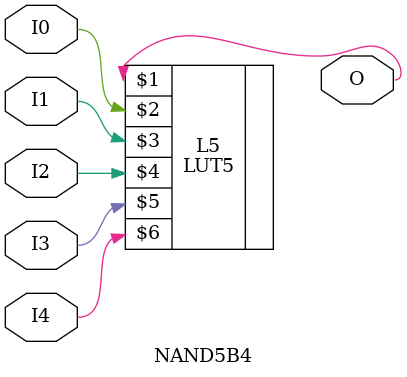
<source format=v>


`timescale  1 ps / 1 ps


module NAND5B4 (O, I0, I1, I2, I3, I4);

    output O;

    input  I0, I1, I2, I3, I4;

    LUT5 #(.INIT(32'hFFFEFFFF)) L5 (O, I0, I1, I2, I3, I4);

endmodule

</source>
